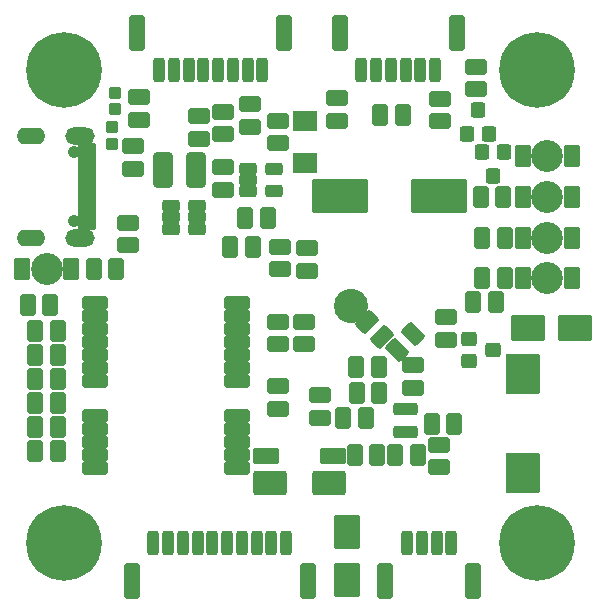
<source format=gbr>
G04 #@! TF.GenerationSoftware,KiCad,Pcbnew,(5.99.0-10394-g2e15de97e0)*
G04 #@! TF.CreationDate,2021-07-16T10:39:39+02:00*
G04 #@! TF.ProjectId,TFGPS01B,54464750-5330-4314-922e-6b696361645f,REV*
G04 #@! TF.SameCoordinates,Original*
G04 #@! TF.FileFunction,Soldermask,Bot*
G04 #@! TF.FilePolarity,Negative*
%FSLAX46Y46*%
G04 Gerber Fmt 4.6, Leading zero omitted, Abs format (unit mm)*
G04 Created by KiCad (PCBNEW (5.99.0-10394-g2e15de97e0)) date 2021-07-16 10:39:39*
%MOMM*%
%LPD*%
G01*
G04 APERTURE LIST*
G04 Aperture macros list*
%AMRoundRect*
0 Rectangle with rounded corners*
0 $1 Rounding radius*
0 $2 $3 $4 $5 $6 $7 $8 $9 X,Y pos of 4 corners*
0 Add a 4 corners polygon primitive as box body*
4,1,4,$2,$3,$4,$5,$6,$7,$8,$9,$2,$3,0*
0 Add four circle primitives for the rounded corners*
1,1,$1+$1,$2,$3*
1,1,$1+$1,$4,$5*
1,1,$1+$1,$6,$7*
1,1,$1+$1,$8,$9*
0 Add four rect primitives between the rounded corners*
20,1,$1+$1,$2,$3,$4,$5,0*
20,1,$1+$1,$4,$5,$6,$7,0*
20,1,$1+$1,$6,$7,$8,$9,0*
20,1,$1+$1,$8,$9,$2,$3,0*%
G04 Aperture macros list end*
%ADD10C,6.400000*%
%ADD11C,1.200000*%
%ADD12C,2.900000*%
%ADD13RoundRect,0.200000X0.850000X-0.650000X0.850000X0.650000X-0.850000X0.650000X-0.850000X-0.650000X0*%
%ADD14RoundRect,0.200000X0.444500X0.698500X-0.444500X0.698500X-0.444500X-0.698500X0.444500X-0.698500X0*%
%ADD15RoundRect,0.200000X0.530000X0.325000X-0.530000X0.325000X-0.530000X-0.325000X0.530000X-0.325000X0*%
%ADD16RoundRect,0.200000X0.575000X-0.300000X0.575000X0.300000X-0.575000X0.300000X-0.575000X-0.300000X0*%
%ADD17RoundRect,0.200000X0.575000X-0.150000X0.575000X0.150000X-0.575000X0.150000X-0.575000X-0.150000X0*%
%ADD18O,2.400000X1.400000*%
%ADD19O,2.500000X1.450000*%
%ADD20C,1.050000*%
%ADD21RoundRect,0.200000X0.698500X-0.444500X0.698500X0.444500X-0.698500X0.444500X-0.698500X-0.444500X0*%
%ADD22RoundRect,0.200000X-0.200000X0.325000X-0.200000X-0.325000X0.200000X-0.325000X0.200000X0.325000X0*%
%ADD23C,2.700000*%
%ADD24RoundRect,0.200000X0.475000X0.750000X-0.475000X0.750000X-0.475000X-0.750000X0.475000X-0.750000X0*%
%ADD25RoundRect,0.200000X-0.400000X0.450000X-0.400000X-0.450000X0.400000X-0.450000X0.400000X0.450000X0*%
%ADD26RoundRect,0.200000X-0.444500X-0.698500X0.444500X-0.698500X0.444500X0.698500X-0.444500X0.698500X0*%
%ADD27RoundRect,0.250000X-0.250000X-0.800000X0.250000X-0.800000X0.250000X0.800000X-0.250000X0.800000X0*%
%ADD28RoundRect,0.350000X-0.350000X-1.200000X0.350000X-1.200000X0.350000X1.200000X-0.350000X1.200000X0*%
%ADD29RoundRect,0.200000X-0.698500X0.444500X-0.698500X-0.444500X0.698500X-0.444500X0.698500X0.444500X0*%
%ADD30RoundRect,0.200000X-0.350000X0.300000X-0.350000X-0.300000X0.350000X-0.300000X0.350000X0.300000X0*%
%ADD31RoundRect,0.200000X-0.900000X1.250000X-0.900000X-1.250000X0.900000X-1.250000X0.900000X1.250000X0*%
%ADD32RoundRect,0.250000X0.250000X0.800000X-0.250000X0.800000X-0.250000X-0.800000X0.250000X-0.800000X0*%
%ADD33RoundRect,0.350000X0.350000X1.200000X-0.350000X1.200000X-0.350000X-1.200000X0.350000X-1.200000X0*%
%ADD34RoundRect,0.200000X0.350000X-0.300000X0.350000X0.300000X-0.350000X0.300000X-0.350000X-0.300000X0*%
%ADD35RoundRect,0.200000X-1.250000X-0.900000X1.250000X-0.900000X1.250000X0.900000X-1.250000X0.900000X0*%
%ADD36RoundRect,0.330000X-0.495000X-1.195000X0.495000X-1.195000X0.495000X1.195000X-0.495000X1.195000X0*%
%ADD37RoundRect,0.200000X-0.179605X0.808223X-0.808223X0.179605X0.179605X-0.808223X0.808223X-0.179605X0*%
%ADD38RoundRect,0.300000X0.800000X0.300000X-0.800000X0.300000X-0.800000X-0.300000X0.800000X-0.300000X0*%
%ADD39RoundRect,0.290000X-2.110000X-1.160000X2.110000X-1.160000X2.110000X1.160000X-2.110000X1.160000X0*%
%ADD40RoundRect,0.200000X-0.450000X-0.400000X0.450000X-0.400000X0.450000X0.400000X-0.450000X0.400000X0*%
%ADD41RoundRect,0.200000X0.808223X0.179605X0.179605X0.808223X-0.808223X-0.179605X-0.179605X-0.808223X0*%
%ADD42RoundRect,0.200000X-0.475000X-0.750000X0.475000X-0.750000X0.475000X0.750000X-0.475000X0.750000X0*%
%ADD43RoundRect,0.200000X0.900000X0.500000X-0.900000X0.500000X-0.900000X-0.500000X0.900000X-0.500000X0*%
%ADD44RoundRect,0.200000X1.200000X0.850000X-1.200000X0.850000X-1.200000X-0.850000X1.200000X-0.850000X0*%
%ADD45RoundRect,0.200000X-0.530000X-0.325000X0.530000X-0.325000X0.530000X0.325000X-0.530000X0.325000X0*%
%ADD46RoundRect,0.200000X1.250000X-1.525000X1.250000X1.525000X-1.250000X1.525000X-1.250000X-1.525000X0*%
%ADD47RoundRect,0.200000X0.400000X-0.450000X0.400000X0.450000X-0.400000X0.450000X-0.400000X-0.450000X0*%
G04 APERTURE END LIST*
D10*
X45420000Y5380000D03*
X5380000Y5380000D03*
X45420000Y45420000D03*
D11*
X29626000Y25450000D03*
D12*
X29626000Y25450000D03*
D10*
X5380000Y45420000D03*
D13*
X25781000Y37592000D03*
X25781000Y41092000D03*
D14*
X42672000Y27813000D03*
X40767000Y27813000D03*
D15*
X16594000Y33904000D03*
X16594000Y32954000D03*
X16594000Y32004000D03*
X14394000Y32004000D03*
X14394000Y32954000D03*
X14394000Y33904000D03*
D16*
X7295000Y32360000D03*
X7295000Y33160000D03*
D17*
X7295000Y34310000D03*
X7295000Y35310000D03*
X7295000Y35810000D03*
X7295000Y36810000D03*
D16*
X7295000Y38760000D03*
X7295000Y37960000D03*
D17*
X7295000Y37310000D03*
X7295000Y36310000D03*
X7295000Y34810000D03*
X7295000Y33810000D03*
D18*
X2540000Y31240000D03*
X2540000Y39880000D03*
D19*
X6720000Y31240000D03*
X6720000Y39880000D03*
D20*
X6220000Y38450000D03*
X6220000Y32670000D03*
D21*
X25908000Y28448000D03*
X25908000Y30353000D03*
D22*
X33619555Y16714043D03*
X34269555Y16714043D03*
X34919555Y16714043D03*
X34919555Y14814043D03*
X34269555Y14814043D03*
X33619555Y14814043D03*
D23*
X46260000Y27813000D03*
D24*
X44185000Y27813000D03*
X48335000Y27813000D03*
D25*
X40706000Y38465000D03*
X42606000Y38465000D03*
X41656000Y36465000D03*
D14*
X4826000Y15240000D03*
X2921000Y15240000D03*
D21*
X23495000Y22225000D03*
X23495000Y24130000D03*
D26*
X40005000Y25781000D03*
X41910000Y25781000D03*
D14*
X32022394Y18110402D03*
X30117394Y18110402D03*
D27*
X13405000Y45394000D03*
X14655000Y45394000D03*
X15905000Y45394000D03*
X17155000Y45394000D03*
X18405000Y45394000D03*
X19655000Y45394000D03*
X20905000Y45394000D03*
X22155000Y45394000D03*
D28*
X11555000Y48594000D03*
X24005000Y48594000D03*
D26*
X32131000Y41656000D03*
X34036000Y41656000D03*
D23*
X46260000Y31242000D03*
D24*
X44185000Y31242000D03*
X48335000Y31242000D03*
D29*
X23495000Y18632500D03*
X23495000Y16727500D03*
D30*
X9652000Y42099000D03*
X9652000Y43499000D03*
D23*
X46260000Y34671000D03*
D24*
X44185000Y34671000D03*
X48335000Y34671000D03*
D29*
X18796000Y37211000D03*
X18796000Y35306000D03*
D14*
X21336000Y30480000D03*
X19431000Y30480000D03*
D21*
X18796000Y40005000D03*
X18796000Y41910000D03*
D31*
X29337000Y6286000D03*
X29337000Y2286000D03*
D14*
X22606000Y32893000D03*
X20701000Y32893000D03*
X42672000Y31242000D03*
X40767000Y31242000D03*
D29*
X37719000Y24511000D03*
X37719000Y22606000D03*
X40259000Y45720000D03*
X40259000Y43815000D03*
D32*
X38155000Y5359000D03*
X36905000Y5359000D03*
X35655000Y5359000D03*
X34405000Y5359000D03*
D33*
X32555000Y2159000D03*
X40005000Y2159000D03*
D21*
X11176000Y37084000D03*
X11176000Y38989000D03*
X21082000Y40640000D03*
X21082000Y42545000D03*
D34*
X9398000Y40578000D03*
X9398000Y39178000D03*
D14*
X4191000Y25527000D03*
X2286000Y25527000D03*
D35*
X44609000Y23622000D03*
X48609000Y23622000D03*
D21*
X11684000Y41211500D03*
X11684000Y43116500D03*
D29*
X37211000Y42989500D03*
X37211000Y41084500D03*
D14*
X4826000Y17272000D03*
X2921000Y17272000D03*
D23*
X46260000Y38147000D03*
D24*
X44185000Y38147000D03*
X48335000Y38147000D03*
D36*
X13710000Y36957000D03*
X16510000Y36957000D03*
D26*
X29984176Y12856902D03*
X31889176Y12856902D03*
D14*
X42545000Y34671000D03*
X40640000Y34671000D03*
D37*
X34858973Y23098823D03*
X33511935Y21751785D03*
D21*
X34939148Y18522534D03*
X34939148Y20427534D03*
D38*
X19970000Y25732500D03*
X19970000Y24632500D03*
X19970000Y23532500D03*
X19970000Y22432500D03*
X19970000Y21332500D03*
X19970000Y20232500D03*
X19970000Y19132500D03*
X19970000Y16132500D03*
X19970000Y15032500D03*
X19970000Y13932500D03*
X19970000Y12832500D03*
X19970000Y11732500D03*
X7970000Y11732500D03*
X7970000Y12832500D03*
X7970000Y13932500D03*
X7970000Y15032500D03*
X7970000Y16132500D03*
X7970000Y19132500D03*
X7970000Y20232500D03*
X7970000Y21332500D03*
X7970000Y22432500D03*
X7970000Y23532500D03*
X7970000Y24632500D03*
X7970000Y25732500D03*
D21*
X27030193Y15992908D03*
X27030193Y17897908D03*
D14*
X4826000Y21336000D03*
X2921000Y21336000D03*
X30907309Y15988598D03*
X29002309Y15988598D03*
D21*
X28448000Y41148000D03*
X28448000Y43053000D03*
D29*
X37084000Y13703300D03*
X37084000Y11798300D03*
D21*
X16764000Y39624000D03*
X16764000Y41529000D03*
D27*
X30530000Y45394000D03*
X31780000Y45394000D03*
X33030000Y45394000D03*
X34280000Y45394000D03*
X35530000Y45394000D03*
X36780000Y45394000D03*
D28*
X28680000Y48594000D03*
X38630000Y48594000D03*
D14*
X4826000Y13208000D03*
X2921000Y13208000D03*
D21*
X25654000Y22225000D03*
X25654000Y24130000D03*
D39*
X28702000Y34798000D03*
X37102000Y34798000D03*
D29*
X23495000Y41148000D03*
X23495000Y39243000D03*
D40*
X39640000Y20767000D03*
X39640000Y22667000D03*
X41640000Y21717000D03*
D26*
X7874000Y28575000D03*
X9779000Y28575000D03*
D41*
X32310981Y22780941D03*
X30963943Y24127979D03*
D23*
X3905000Y28575000D03*
D42*
X5980000Y28575000D03*
X1830000Y28575000D03*
D14*
X4826000Y23368000D03*
X2921000Y23368000D03*
D43*
X28093579Y12783639D03*
X22493579Y12783639D03*
D44*
X22793579Y10483639D03*
X27793579Y10483639D03*
D45*
X20955000Y35184000D03*
X20955000Y36134000D03*
X20955000Y37084000D03*
X23155000Y37084000D03*
X23155000Y35184000D03*
D32*
X24167000Y5406000D03*
X22917000Y5406000D03*
X21667000Y5406000D03*
X20417000Y5406000D03*
X19167000Y5406000D03*
X17917000Y5406000D03*
X16667000Y5406000D03*
X15417000Y5406000D03*
X14167000Y5406000D03*
X12917000Y5406000D03*
D33*
X26017000Y2206000D03*
X11067000Y2206000D03*
D14*
X32003945Y20282176D03*
X30098945Y20282176D03*
D21*
X23622000Y28575000D03*
X23622000Y30480000D03*
D29*
X10731501Y32512001D03*
X10731501Y30607001D03*
D26*
X36484510Y15445608D03*
X38389510Y15445608D03*
D14*
X4826000Y19304000D03*
X2921000Y19304000D03*
D46*
X44196000Y11269000D03*
X44196000Y19719000D03*
D47*
X41336000Y40021000D03*
X39436000Y40021000D03*
X40386000Y42021000D03*
D14*
X35291384Y12864203D03*
X33386384Y12864203D03*
M02*

</source>
